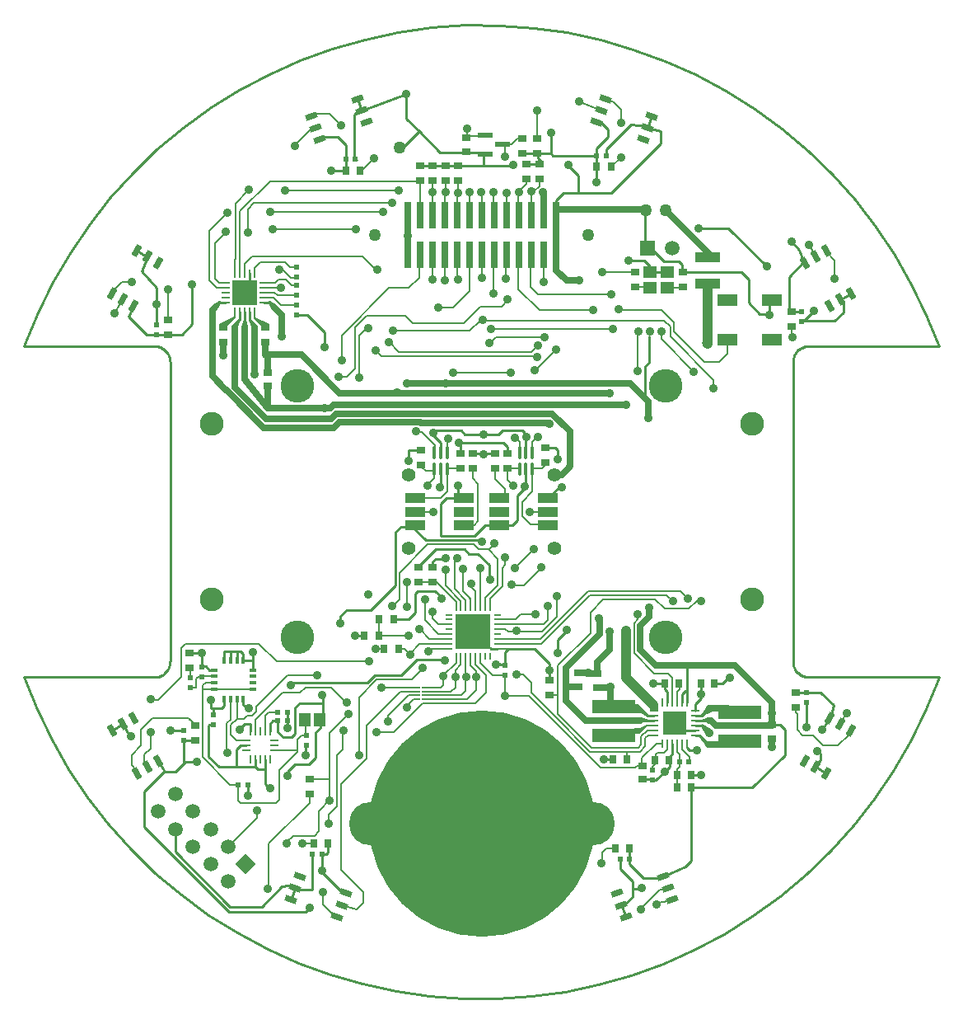
<source format=gtl>
%FSTAX23Y23*%
%MOIN*%
%SFA1B1*%

%IPPOS*%
%AMD16*
4,1,4,-0.001400,0.026400,-0.022100,0.014400,0.001400,-0.026400,0.022100,-0.014400,-0.001400,0.026400,0.0*
%
%AMD17*
4,1,4,-0.018000,0.019300,-0.026200,-0.003200,0.018000,-0.019300,0.026200,0.003200,-0.018000,0.019300,0.0*
%
%AMD18*
4,1,4,0.026200,-0.003200,0.018000,0.019300,-0.026200,0.003200,-0.018000,-0.019300,0.026200,-0.003200,0.0*
%
%AMD19*
4,1,4,0.022100,0.014400,0.001400,0.026400,-0.022100,-0.014400,-0.001400,-0.026400,0.022100,0.014400,0.0*
%
%AMD48*
4,1,4,0.000000,-0.041700,0.041700,0.000000,0.000000,0.041700,-0.041700,0.000000,0.000000,-0.041700,0.0*
%
%ADD10C,0.010000*%
%ADD11R,0.078700X0.039400*%
%ADD12R,0.023600X0.019700*%
%ADD13R,0.029100X0.110000*%
%ADD14R,0.011800X0.031500*%
%ADD15R,0.031500X0.011800*%
G04~CAMADD=16~9~0.0~0.0~240.0~470.0~0.0~0.0~0~0.0~0.0~0.0~0.0~0~0.0~0.0~0.0~0.0~0~0.0~0.0~0.0~30.0~442.0~527.0*
%ADD16D16*%
G04~CAMADD=17~9~0.0~0.0~240.0~470.0~0.0~0.0~0~0.0~0.0~0.0~0.0~0~0.0~0.0~0.0~0.0~0~0.0~0.0~0.0~70.0~524.0~385.0*
%ADD17D17*%
G04~CAMADD=18~9~0.0~0.0~240.0~470.0~0.0~0.0~0~0.0~0.0~0.0~0.0~0~0.0~0.0~0.0~0.0~0~0.0~0.0~0.0~290.0~524.0~385.0*
%ADD18D18*%
G04~CAMADD=19~9~0.0~0.0~240.0~470.0~0.0~0.0~0~0.0~0.0~0.0~0.0~0~0.0~0.0~0.0~0.0~0~0.0~0.0~0.0~330.0~442.0~527.0*
%ADD19D19*%
%ADD20R,0.019700X0.023600*%
%ADD21R,0.094500X0.094500*%
%ADD22O,0.037400X0.009800*%
%ADD23O,0.009800X0.037400*%
%ADD24R,0.035400X0.027600*%
%ADD25R,0.027600X0.035400*%
%ADD26R,0.047200X0.055100*%
%ADD27O,0.013800X0.059100*%
%ADD28R,0.098400X0.098400*%
%ADD29O,0.033500X0.009800*%
%ADD30O,0.009800X0.033500*%
%ADD31R,0.035400X0.031500*%
%ADD32R,0.141700X0.141700*%
%ADD33O,0.009800X0.031500*%
%ADD34O,0.031500X0.009800*%
%ADD35R,0.055100X0.047200*%
%ADD36R,0.173000X0.056500*%
%ADD37R,0.059100X0.023600*%
%ADD38R,0.031500X0.035400*%
%ADD39R,0.080000X0.050000*%
%ADD40R,0.011800X0.007900*%
%ADD41R,0.102400X0.043300*%
%ADD42C,0.025000*%
%ADD43C,0.040000*%
%ADD44C,0.008000*%
%ADD45C,0.000000*%
%ADD46C,0.055100*%
%ADD47C,0.059100*%
G04~CAMADD=48~10~0.0~590.4~0.0~0.0~0.0~0.0~0~0.0~0.0~0.0~0.0~0~0.0~0.0~0.0~0.0~0~0.0~0.0~0.0~225.0~590.4~0.0*
%ADD48D48*%
%ADD49C,0.050000*%
%ADD50R,0.059100X0.059100*%
%ADD51C,0.035000*%
%ADD52C,0.040000*%
%ADD53C,0.175000*%
%ADD54C,0.915000*%
%ADD55C,0.026000*%
%ADD56C,0.136000*%
%ADD57C,0.096000*%
%LNronemotorboard-v10-1*%
%LPD*%
G36*
X04925Y03144D02*
X04919D01*
X04884Y03156*
X04916Y03168*
X04925*
Y03144*
G37*
G36*
X04933Y03192D02*
X0489Y03171D01*
X04889Y0318*
X04913Y03215*
X04935Y03216*
X04933Y03192*
G37*
G36*
X04673Y03181D02*
X04668Y03172D01*
X04643Y03185*
X04618*
Y03221*
X04633*
X04673Y03181*
G37*
G36*
X04689Y03156D02*
X04644Y03144D01*
X04626*
Y03168*
X04643*
X04689Y03156*
G37*
G36*
X04918Y0307D02*
X0492Y0305D01*
X0491Y03049*
X04877Y03093*
X04883Y031*
X04918Y0307*
G37*
G36*
X04929Y03122D02*
X04931Y03098D01*
X04909Y03099*
X04885Y03134*
X04891Y03141*
X04929Y03122*
G37*
G36*
X0467Y03133D02*
X04639Y03103D01*
X04618Y03102*
Y03125*
X04642*
X04667Y0314*
X0467Y03133*
G37*
G36*
X04716Y03195D02*
X04681D01*
Y03218*
X04716Y03219*
Y03195*
G37*
G36*
X03142Y04758D02*
X03114Y04755D01*
X03107Y04752*
X03078Y04782*
X03085Y04786*
X03142Y04758*
G37*
G36*
X02945Y04842D02*
X02934Y04821D01*
X02929Y04817*
X02912Y04835*
X02937Y04852*
X02945*
Y04842*
G37*
G36*
X0317Y04835D02*
X03153Y04817D01*
X03148Y04821*
X03137Y04842*
Y04852*
X03145*
X0317Y04835*
G37*
G36*
X03006Y04784D02*
X02972Y0475D01*
X02938Y04758*
X02999Y04788*
X03006Y04784*
G37*
G36*
X03053Y0475D02*
Y04745D01*
X03028*
Y0475*
X03037Y04774*
X03047*
X03053Y0475*
G37*
G36*
X03025Y04774D02*
X03013Y04746D01*
X02989*
Y04752*
X03016Y04778*
X03025Y04774*
G37*
G36*
X03093Y04753D02*
Y04747D01*
X03069*
X03057Y04775*
X03066Y04779*
X03093Y04753*
G37*
G54D10*
X02149Y03331D02*
D01*
X022Y03203*
X0226Y03079*
X02328Y0296*
X02405Y02846*
X02489Y02738*
X02581Y02635*
X02679Y0254*
X02784Y02451*
X02895Y0237*
X03012Y02297*
X03133Y02232*
X03258Y02176*
X03387Y02129*
X03519Y02091*
X03653Y02062*
X03789Y02043*
X03926Y02033*
X04064Y02032*
X04201Y02042*
X04337Y0206*
X04471Y02089*
X04603Y02126*
X04733Y02173*
X04858Y02229*
X0498Y02293*
X05096Y02365*
X05208Y02446*
X05313Y02534*
X05412Y02629*
X05504Y02731*
X05589Y02839*
X05666Y02953*
X05735Y03072*
X05796Y03195*
X05847Y03322*
X05851Y03331*
Y04669D02*
D01*
X05799Y04796*
X05739Y0492*
X05671Y05039*
X05594Y05153*
X0551Y05261*
X05418Y05364*
X0532Y05459*
X05215Y05548*
X05104Y05629*
X04987Y05702*
X04866Y05767*
X04741Y05823*
X04612Y0587*
X0448Y05908*
X04346Y05937*
X0421Y05956*
X04073Y05966*
X03935Y05967*
X03798Y05957*
X03662Y05939*
X03528Y0591*
X03396Y05873*
X03266Y05826*
X03141Y0577*
X03019Y05706*
X02903Y05634*
X02791Y05553*
X02686Y05465*
X02587Y0537*
X02495Y05268*
X0241Y0516*
X02333Y05046*
X02264Y04927*
X02203Y04804*
X02152Y04677*
X02149Y04669*
X05323D02*
D01*
X05318Y04668*
X05314Y04668*
X05309Y04667*
X05305Y04666*
X05301Y04665*
X05297Y04663*
X05293Y04661*
X05289Y04659*
X05285Y04656*
X05282Y04654*
X05279Y04651*
X05276Y04648*
X05273Y04644*
X0527Y04641*
X05268Y04637*
X05266Y04633*
X05264Y04629*
X05263Y04625*
X05261Y04621*
X0526Y04616*
X0526Y04612*
X0526Y04608*
X0526Y04606*
Y03394D02*
D01*
X0526Y03389*
X0526Y03385*
X05261Y0338*
X05262Y03376*
X05263Y03372*
X05265Y03368*
X05267Y03364*
X05269Y0336*
X05272Y03356*
X05274Y03353*
X05277Y0335*
X0528Y03347*
X05284Y03344*
X05287Y03341*
X05291Y03339*
X05295Y03337*
X05299Y03335*
X05303Y03334*
X05307Y03332*
X05312Y03331*
X05316Y03331*
X0532Y03331*
X05323Y03331*
X0274Y04606D02*
D01*
X02739Y0461*
X02739Y04614*
X02738Y04619*
X02737Y04623*
X02736Y04627*
X02734Y04631*
X02732Y04635*
X0273Y04639*
X02727Y04643*
X02725Y04646*
X02722Y04649*
X02719Y04652*
X02715Y04655*
X02712Y04658*
X02708Y0466*
X02704Y04662*
X027Y04664*
X02696Y04665*
X02692Y04667*
X02687Y04668*
X02683Y04668*
X02679Y04668*
X02677Y04669*
X02676Y03331D02*
D01*
X0268Y03331*
X02684Y03331*
X02689Y03332*
X02693Y03333*
X02697Y03334*
X02701Y03336*
X02705Y03338*
X02709Y0334*
X02713Y03343*
X02716Y03345*
X02719Y03348*
X02722Y03351*
X02725Y03355*
X02728Y03358*
X0273Y03362*
X02732Y03366*
X02734Y0337*
X02735Y03374*
X02737Y03378*
X02738Y03383*
X02738Y03387*
X02738Y03391*
X02739Y03394*
X04662Y04587D02*
X04678Y04603D01*
X04662Y04458D02*
Y04587D01*
X04014Y03945D02*
X04096D01*
X03972Y03903D02*
X04014Y03945D01*
X03836Y03903D02*
X03972D01*
X04146Y03965D02*
Y04066D01*
X04125Y03944D02*
X04146Y03965D01*
X04094Y03944D02*
X04125D01*
X04146Y04066D02*
X04176Y04096D01*
X04164Y04329D02*
X04175Y04318D01*
X04085Y04329D02*
X04164D01*
X04069Y04313D02*
X04085Y04329D01*
X03813Y0381D02*
X03841D01*
X038Y03797D02*
X03813Y0381D01*
X04297Y04259D02*
X04309Y04248D01*
Y04213D02*
Y04248D01*
X03315Y02472D02*
Y02615D01*
X03252Y02472D02*
X03315D01*
X03251Y02473D02*
X03252Y02472D01*
X0276Y02625D02*
Y02715D01*
Y02625D02*
X02982Y02403D01*
X03738Y03401D02*
X0385D01*
X04662Y05088D02*
X04739Y05011D01*
X04662Y05088D02*
Y0522D01*
X04739Y05011D02*
X04799D01*
X04392Y0529D02*
Y05358D01*
X0435Y054D02*
X04392Y05358D01*
X03486Y05433D02*
Y05606D01*
Y05433D02*
X03496Y05423D01*
X05227Y03016D02*
Y03118D01*
X05207Y03137D02*
X05227Y03118D01*
X03651Y03702D02*
Y03917D01*
X03552Y03603D02*
X03651Y03702D01*
Y03917D02*
X03674Y0394D01*
X04032Y03726D02*
Y03785D01*
X03986Y0383D02*
X04032Y03785D01*
X03949Y0383D02*
X03986D01*
X03931Y03849D02*
X03949Y0383D01*
X03816Y03849D02*
X03931D01*
X04736Y02526D02*
X04826Y02564D01*
X03251Y04796D02*
X03293D01*
X02906Y03205D02*
X02948D01*
X02906D02*
Y03237D01*
X03124Y02898D02*
X03145Y02878D01*
X02938Y02967D02*
X03085D01*
X03007Y02968D02*
Y03038D01*
X03024Y03055*
X03048*
X03074Y0336D02*
Y03428D01*
X02796Y02988D02*
Y03076D01*
X02761Y02949D02*
X028Y02988D01*
X02848*
X02796D02*
X028D01*
X02915Y03179D02*
Y03203D01*
X02948Y03205D02*
X02959Y03216D01*
X02895Y03136D02*
X02898Y0314D01*
X02895Y0301D02*
Y03136D01*
Y0301D02*
X02938Y02967D01*
X02796Y03076D02*
X02849D01*
X02898Y0336D02*
X02919D01*
X03036Y034D02*
X03074D01*
X02985Y03434D02*
X03025D01*
X03022Y03123D02*
X03041Y03142D01*
X03065*
X04331Y0529D02*
X04392D01*
X04008Y05399D02*
X04128D01*
X03905D02*
X04008D01*
X03855D02*
X03905D01*
X038D02*
X03855D01*
X0375D02*
X038D01*
X03747D02*
X0375D01*
X0424D02*
Y05414D01*
X04227Y05427D02*
X0424Y05414D01*
X04227Y05427D02*
Y05449D01*
X0423Y05399D02*
X0424D01*
X0418Y05404D02*
X0423D01*
X04657Y05016D02*
X04681Y04992D01*
X04593Y05016D02*
X04657D01*
X043Y05239D02*
Y05259D01*
X04331Y0529*
X04465Y05333D02*
Y05395D01*
X04259Y04259D02*
X04297D01*
X03355Y03143D02*
Y03159D01*
X03349Y03137D02*
X03355Y03143D01*
X03349Y03127D02*
Y03137D01*
X03328Y03106D02*
X03349Y03127D01*
X03644Y03565D02*
X03704D01*
X03454Y03603D02*
X03552D01*
X03357Y03162D02*
Y03226D01*
X0469Y02915D02*
Y02917D01*
X0464Y02918D02*
X0469D01*
X03085Y02968D02*
Y02998D01*
X03086Y02968D02*
X03094Y0296D01*
X03055Y02853D02*
Y02895D01*
X02898Y0314D02*
X02915D01*
X02715Y02949D02*
X02718D01*
X02692Y02993D02*
X02718Y02949D01*
X02635Y02724D02*
X02978Y02381D01*
X02635Y02724D02*
Y02869D01*
X03289Y02381D02*
X03305Y02397D01*
X02978Y02381D02*
X03289D01*
X02635Y02869D02*
X02715Y02949D01*
X02718D02*
X02761D01*
X04225Y05449D02*
Y0545D01*
X04227Y05449D02*
X04278D01*
X04225D02*
X04227D01*
X04213D02*
X04225D01*
X04227D02*
Y0545D01*
X04212Y05448D02*
X04217Y05452D01*
X04162Y05448D02*
X04212D01*
X05165Y04799D02*
Y04846D01*
X05126Y04799D02*
X05165D01*
X03705Y04248D02*
X03749D01*
X03705Y04204D02*
Y04248D01*
X04108Y03445D02*
X04216D01*
X02959Y03216D02*
Y03243D01*
X03379Y02623D02*
Y0266D01*
X03354Y02615D02*
X03371D01*
X03379Y02623*
X03351Y02546D02*
X03403Y02493D01*
X03486Y05606D02*
X03502Y05622D01*
X02868Y03372D02*
Y03429D01*
Y03374D02*
X02885D01*
X03042Y04749D02*
Y04808D01*
X05031Y03058D02*
X05051Y03077D01*
X0488Y03096D02*
X04919Y03058D01*
X03035Y03399D02*
Y03424D01*
X0546Y0485D02*
X05463Y04847D01*
Y04805D02*
Y04847D01*
X05244Y0495D02*
X05302Y05008D01*
X05244Y04809D02*
Y0495D01*
Y04809D02*
X0529D01*
X04318Y0544D02*
D01*
X04288D02*
X04318D01*
X0428Y05448D02*
X04288Y0544D01*
X03217Y02489D02*
X03243Y02483D01*
X03191Y02484D02*
X03217Y02489D01*
X0311Y02403D02*
X03191Y02484D01*
X02982Y02403D02*
X0311D01*
X03055Y0285D02*
Y02853D01*
X02959Y03434D02*
X02985D01*
Y034D02*
Y03434D01*
X05303Y04771D02*
X05343Y04811D01*
X05286Y05057D02*
X053Y05016D01*
X05253Y05092D02*
X05286Y05057D01*
X02548Y03142D02*
X02549Y03143D01*
X02505Y03116D02*
X02548Y03142D01*
X02576Y03096D02*
X02581Y03091D01*
X02549Y03141D02*
X02576Y03096D01*
X02849Y03076D02*
X0285Y03075D01*
X05362Y03029D02*
X05363Y0303D01*
X05362Y03029D02*
X05362Y03029D01*
X04823Y03274D02*
X0483D01*
X03293Y04796D02*
X03365Y04724D01*
Y04665D02*
Y04724D01*
X04671Y03176D02*
X04698D01*
X04631Y03216D02*
X04671Y03176D01*
X03042Y04808D02*
Y04809D01*
X03987Y05453D02*
X03996Y05444D01*
X0394Y05453D02*
X03987D01*
X03939Y05454D02*
X0394Y05453D01*
X03696Y05589D02*
Y0569D01*
X02643Y05023D02*
X02644Y05023D01*
X02606Y05055D02*
X02647Y0503D01*
X02624Y04973D02*
X02644Y05023D01*
X02624Y04973D02*
X02685Y04906D01*
X03359Y05515D02*
X03418D01*
X0345Y05482*
Y05425D02*
Y05482D01*
X03502Y05622D02*
X03516D01*
X03526Y05626D02*
X03696Y0569D01*
X04672Y05553D02*
X04687Y05599D01*
X04466Y0544D02*
Y05468D01*
X04512Y05514*
Y05544*
X0448Y05575D02*
X04512Y05544D01*
X04466Y05575D02*
X0448D01*
X04466D02*
X04473Y05572D01*
X04472Y05574D02*
X04473Y05572D01*
X04475Y05571*
X04603Y05565D02*
X04663Y0556D01*
X04504Y05466D02*
X04603Y05565D01*
X04504Y05466D02*
X04504Y0544D01*
X05454Y04858D02*
X05493Y04881D01*
X05359Y03033D02*
X05362Y03029D01*
X05371Y03021*
X05358Y02983D02*
X05371Y02996D01*
Y03021*
X0527Y03269D02*
X05372D01*
X05414Y03177D02*
X05423Y03219D01*
X05372Y03269D02*
X05423Y03219D01*
X05351Y02968D02*
X05394Y02943D01*
X05315Y03129D02*
Y0323D01*
X04599Y02574D02*
Y0264D01*
X04655Y02519D02*
X04721D01*
X04599Y02574D02*
X04655Y02519D01*
X04566Y0241D02*
X0458Y02371D01*
X04581Y0237*
X0458Y02368D02*
X04581Y0237D01*
X0456Y02555D02*
X04611Y02505D01*
X04586Y02417D02*
X04611Y02442D01*
X04573Y02417D02*
X04586D01*
X0456Y02555D02*
Y02595D01*
X03403Y02493D02*
X03438Y02459D01*
X04887Y03261D02*
Y03315D01*
X04889Y02935D02*
D01*
X04849D02*
X04889D01*
X04863Y03195D02*
Y03221D01*
X05039Y03206D02*
X05051Y03194D01*
X0481Y03107D02*
Y03116D01*
X04771Y03136D02*
X04781Y03146D01*
X0481Y03116*
X04863*
Y03096D02*
X0488D01*
X04863Y03156D02*
X04921D01*
X04641D02*
X04698D01*
X04581Y03215D02*
X04611D01*
X04751Y03175D02*
X04781Y03146D01*
X0481Y03228D02*
Y03261D01*
X04823Y03274*
X0483Y03228D02*
Y03273D01*
X04611Y03216D02*
X04631D01*
X0484Y03036D02*
X04871D01*
X0483Y03046D02*
X0484Y03036D01*
X03119Y04846D02*
X0314D01*
X03062Y04906D02*
Y04964D01*
X02941Y04846D02*
X02963D01*
X0314D02*
X03161Y04826D01*
X05323Y04669D02*
X05851D01*
X0526Y03394D02*
Y04606D01*
X05323Y03331D02*
X05851D01*
X02149Y04669D02*
X02677D01*
X0274Y03394D02*
Y04606D01*
X02149Y03331D02*
X02677D01*
X02959Y034D02*
Y03434D01*
X03025D02*
X03035Y03424D01*
X0301Y034D02*
Y03433D01*
X02885Y03374D02*
X02898Y0336D01*
X03289Y03016D02*
Y03055D01*
X04478Y03291D02*
X04478Y03291D01*
X04771Y03019D02*
Y03063D01*
X04759Y03007D02*
X04771Y03019D01*
X04751Y03228D02*
Y03272D01*
X04741Y03283D02*
X04751Y03272D01*
X04741Y03283D02*
Y03292D01*
X02685Y04754D02*
Y04836D01*
X02686Y04837*
X02829Y04757D02*
Y04918D01*
X02788Y04716D02*
X02829Y04757D01*
X02685Y04836D02*
Y04906D01*
X0339Y05379D02*
X03446D01*
X03452Y05371D02*
Y05426D01*
X03498Y05669D02*
X03516Y05623D01*
X04008Y05399D02*
Y05441D01*
X04465Y05399D02*
Y0544D01*
X04318D02*
X04465D01*
X0428Y05448D02*
Y05532D01*
X04008Y05399D02*
D01*
X04672Y05553D02*
X04723Y05539D01*
X0475Y0497D02*
X04751Y04969D01*
X04681D02*
X04749D01*
X04104Y04234D02*
Y04262D01*
X04089Y04277D02*
X04104Y04262D01*
X03914Y04235D02*
Y04275D01*
X03905Y04055D02*
X03905D01*
X03905Y04055D02*
Y04055D01*
X04611Y02442D02*
Y02476D01*
Y02505*
Y02476D02*
X04647D01*
X04648Y02477*
X03231Y02434D02*
X03246Y02479D01*
X04942Y03315D02*
X04951Y03306D01*
X04975*
X04884Y0325D02*
X04888Y03246D01*
X04863Y03221D02*
X04888Y03246D01*
X04863Y03136D02*
X0489D01*
X04921Y03106*
X0489Y03176D02*
X0492Y03205D01*
X04863Y03175D02*
X0489D01*
X05175Y03137D02*
X05207D01*
X04108Y03444D02*
Y03445D01*
X04107D02*
X04108Y03444D01*
X05095Y02884D02*
X05227Y03016D01*
X0508Y04845D02*
X05126Y04799D01*
X0508Y04845D02*
Y04939D01*
X05051Y04967D02*
X0508Y04939D01*
X03094Y0296D02*
X03124D01*
X03125*
X03124Y02898D02*
Y0296D01*
Y02998*
X03741Y0368D02*
X03811D01*
X0384Y03651*
X04037Y03446D02*
X04064D01*
X04033Y0345D02*
X04037Y03446D01*
X03065Y03111D02*
Y03142D01*
X02738Y03115D02*
X02794D01*
X02739Y03116D02*
X02742D01*
X02738Y03115D02*
X02739Y03116D01*
X03144Y03111D02*
Y03143D01*
X03156Y03155*
X03175*
X03214Y03125D02*
Y0319D01*
X03232Y03088D02*
X03246Y03102D01*
X03175Y0311D02*
Y03155D01*
Y0311D02*
X03198Y03088D01*
X03232*
X03244Y02978D02*
X03301D01*
X03328Y03005*
Y03106*
X03745Y03774D02*
Y0378D01*
X038Y03774D02*
Y03797D01*
X03674Y0394D02*
X03732D01*
X04179Y04101D02*
Y04171D01*
X04878Y05146D02*
X04999D01*
X05153Y04992*
X03745Y0378D02*
X03814Y03849D01*
X04697Y03305D02*
X0474D01*
X0469Y02915D02*
X04706D01*
X0476Y02969*
Y02988*
X04392Y0529D02*
X04526D01*
X04723Y05487*
Y05539*
X04678Y04603D02*
Y0471D01*
X0483Y03274D02*
Y03378D01*
X05295Y04771D02*
X05429D01*
X05463Y04805*
X04815Y04967D02*
X05051D01*
X04812Y04976D02*
Y04998D01*
X04799Y05011D02*
X04812Y04998D01*
X0366Y05472D02*
X03681D01*
X03747Y05538*
X03832Y05453*
X03696Y05589D02*
X03747Y05538D01*
X03832Y05453D02*
X0394D01*
X03859Y04055D02*
X03905D01*
X03836Y03903D02*
Y04032D01*
X03859Y04055*
X03917Y04277D02*
X04089D01*
X0401Y04313D02*
X04069D01*
X03354Y02549D02*
Y02615D01*
X03214Y02935D02*
Y02948D01*
X03244Y02978*
X03708Y03943D02*
X03714D01*
X03836Y04241D02*
Y04279D01*
X03714Y03943D02*
X03773Y03884D01*
X04001*
X03964Y04234D02*
X04052D01*
X04179Y04238D02*
Y04302D01*
X0273Y04716D02*
X02788D01*
X05378Y0312D02*
X05407Y03166D01*
X04666Y04451D02*
Y04454D01*
X03808Y04327D02*
X03917D01*
X03805Y0431D02*
X03836Y04279D01*
X03805Y0431D02*
Y04325D01*
X03917Y04327D02*
X03931Y04313D01*
X04009*
X04313Y04098D02*
X04323D01*
X04279Y04064D02*
X04313Y04098D01*
X04279Y04064D02*
X04284Y0406D01*
X02643Y04715D02*
X0273D01*
X0257Y04789D02*
X02589Y04825D01*
X0257Y04789D02*
X02643Y04715D01*
X03704Y03565D02*
X0373Y03591D01*
Y03669*
X03741Y0368*
X03001Y04746D02*
Y04756D01*
X03022Y04777*
Y04807*
X03062Y04776D02*
Y04808D01*
Y04776D02*
X03081Y04746D01*
X03841Y0381D02*
X03853Y03822D01*
X03835Y041D02*
Y04171D01*
Y04174*
X03905Y04055D02*
Y04105D01*
X04975Y03306D02*
X05001Y03332D01*
X04427Y03345D02*
Y03347D01*
Y03349*
X04496Y03D02*
X0453D01*
X04275Y03319D02*
Y03353D01*
X04059Y03383D02*
Y0339D01*
X04067Y03383*
X04095Y03431D02*
X04108Y03444D01*
X0407Y03386D02*
X04073Y03382D01*
X04095*
Y03431*
X04276Y03358D02*
Y03385D01*
X04216Y03445D02*
X04276Y03385D01*
X04307Y03429D02*
Y03482D01*
X04345Y0352*
X03246Y03102D02*
Y03208D01*
X03264Y03226*
X03357*
X03036Y03219D02*
Y03243D01*
Y03219D02*
X0305Y03205D01*
X03058*
X02819Y03429D02*
X02869D01*
X03675Y03338D02*
X03738Y03401D01*
X03568Y03338D02*
X03675D01*
X04888Y02935D02*
X04889D01*
X03485Y035D02*
X03525D01*
X04848Y02587D02*
Y02884D01*
X05095*
X04826Y02565D02*
X04848Y02587D01*
X03537Y03307D02*
X03568Y03338D01*
X03227Y03297D02*
X03237Y03307D01*
X03537*
X03357Y03226D02*
Y03258D01*
X03429Y03554D02*
Y03578D01*
X03454Y03603*
G54D11*
X0407Y04055D03*
X04267D03*
Y04D03*
X0407D03*
X04267Y03944D03*
X0407D03*
X03929D03*
X03732D03*
Y04D03*
X03929D03*
X03732Y04055D03*
X03929D03*
G54D12*
X03175Y03155D03*
X03214D03*
X04504Y0544D03*
X04465D03*
X0456Y02595D03*
X04599D03*
X03315Y02615D03*
X03354D03*
X03489Y05425D03*
X0345D03*
X03054Y02895D03*
X03015D03*
X048Y0299D03*
X04839D03*
X03175Y0319D03*
X03214D03*
G54D13*
X037Y05197D03*
X0375Y05037D03*
Y05197D03*
X038D03*
Y05037D03*
X0385D03*
Y05197D03*
X039D03*
Y05037D03*
X0395Y05197D03*
Y05037D03*
X04D03*
Y05197D03*
X0405D03*
Y05037D03*
X041D03*
Y05197D03*
X043D03*
X0425D03*
X042D03*
X0415D03*
Y05037D03*
X042D03*
X0425D03*
X043D03*
X037D03*
G54D14*
X02959Y03243D03*
X02985D03*
X0301D03*
X03036D03*
Y034D03*
X0301D03*
X02985D03*
X02959D03*
G54D15*
X03076Y03283D03*
Y03309D03*
Y03334D03*
Y0336D03*
X02919D03*
Y03334D03*
Y03309D03*
Y03283D03*
G54D16*
X05494Y04883D03*
X05451Y04858D03*
X05394Y05056D03*
X05351Y05031D03*
X05307Y05006D03*
X05407Y04833D03*
X02505Y03116D03*
X02549Y03141D03*
X02605Y02943D03*
X02649Y02968D03*
X02692Y02993D03*
X02592Y03166D03*
G54D17*
X04689Y056D03*
X04672Y05553D03*
X04501Y05669D03*
X04484Y05622D03*
X04466Y05575D03*
X04654Y05506D03*
X03228Y02432D03*
X03246Y02479D03*
X03416Y02363D03*
X03434Y0241D03*
X03451Y02457D03*
X03263Y02526D03*
G54D18*
X04583Y02363D03*
X04566Y0241D03*
X04771Y02432D03*
X04754Y02479D03*
X04736Y02526D03*
X04548Y02457D03*
X03498Y05669D03*
X03516Y05622D03*
X0331Y056D03*
X03328Y05553D03*
X03345Y05506D03*
X03533Y05575D03*
G54D19*
X05394Y02943D03*
X05351Y02968D03*
X05494Y03116D03*
X05451Y03141D03*
X05407Y03166D03*
X05307Y02993D03*
X02605Y05056D03*
X02649Y05031D03*
X02505Y04883D03*
X02549Y04858D03*
X02592Y04833D03*
X02692Y05006D03*
G54D20*
X03251Y04876D03*
Y04916D03*
X03251Y04796D03*
Y04835D03*
X05295Y0477D03*
Y04809D03*
X05315Y0323D03*
Y03269D03*
X02795Y03114D03*
Y03075D03*
X02685Y04754D03*
Y04715D03*
X02915Y0314D03*
Y03179D03*
X0329Y03055D03*
Y03094D03*
X02822Y03288D03*
Y03327D03*
X02868Y03333D03*
Y03372D03*
X04095Y03379D03*
Y0334D03*
X0325Y0495D03*
Y04989D03*
X0469Y02915D03*
Y02954D03*
G54D21*
X04781Y03146D03*
G54D22*
X04698Y03096D03*
Y03116D03*
Y03136D03*
Y03155D03*
Y03175D03*
Y03195D03*
X04863D03*
Y03175D03*
Y03155D03*
Y03136D03*
Y03116D03*
Y03096D03*
G54D23*
X04731Y03228D03*
X04751D03*
X04771D03*
X0479D03*
X0481D03*
X0483D03*
Y03063D03*
X0481D03*
X0479D03*
X04771D03*
X04751D03*
X04731D03*
G54D24*
X05255Y04809D03*
Y0475D03*
X0527Y03269D03*
Y0321D03*
X0284Y03075D03*
Y03134D03*
X0273Y04715D03*
Y04774D03*
X02819Y0337D03*
Y03429D03*
X04259Y042D03*
Y04259D03*
X03754Y0419D03*
Y04249D03*
X03964Y04234D03*
Y04175D03*
X03914Y04234D03*
Y04175D03*
X04275Y0326D03*
Y03319D03*
X04621Y04908D03*
Y04967D03*
X03939Y05454D03*
Y05513D03*
X04225Y05509D03*
Y0545D03*
X04165D03*
Y05509D03*
X04104Y04175D03*
Y04234D03*
X04054D03*
Y04175D03*
X02955Y04685D03*
Y04744D03*
X03125Y04685D03*
Y04744D03*
X0375Y05399D03*
Y0534D03*
X038Y05399D03*
Y0534D03*
X03855Y05399D03*
Y0534D03*
X03905Y05399D03*
Y0534D03*
X0418Y05345D03*
Y05404D03*
X04235Y05345D03*
Y05404D03*
X038Y03774D03*
Y03715D03*
X03745D03*
Y03774D03*
X03305Y02919D03*
Y0286D03*
X04815Y0491D03*
Y04969D03*
G54D25*
X04465Y05395D03*
X04524D03*
X04599Y0264D03*
X0454D03*
X03379Y0266D03*
X0332D03*
X0345Y0538D03*
X03509D03*
X04849Y02935D03*
X0479D03*
Y02885D03*
X04849D03*
X047Y02995D03*
X04759D03*
X0474Y03305D03*
X04799D03*
X03525Y035D03*
X03584D03*
X03605Y03445D03*
X03664D03*
X03585Y03565D03*
X03644D03*
X04589Y03D03*
X0453D03*
G54D26*
X03346Y0316D03*
X03283D03*
G54D27*
X04204Y04238D03*
X04179D03*
X04153D03*
X04204Y04171D03*
X04179D03*
X04153D03*
X0386Y04238D03*
X03835D03*
X03809D03*
X0386Y04171D03*
X03835D03*
X03809D03*
G54D28*
X03042Y04886D03*
G54D29*
X03119Y04925D03*
Y04905D03*
Y04886D03*
Y04866D03*
Y04846D03*
X02964D03*
Y04866D03*
Y04886D03*
Y04905D03*
Y04925D03*
X03048Y03074D03*
Y03055D03*
Y03035D03*
X03161D03*
Y03055D03*
Y03074D03*
G54D30*
X03081Y04808D03*
X03061D03*
X03042D03*
X03022D03*
X03002D03*
Y04963D03*
X03022D03*
X03042D03*
X03061D03*
X03081D03*
X03144Y03111D03*
X03124D03*
X03105D03*
X03085D03*
X03065D03*
Y02998D03*
X03085D03*
X03105D03*
X03124D03*
X03144D03*
G54D31*
X03135Y04507D03*
Y04562D03*
X05175Y03137D03*
Y03082D03*
X0465Y02917D03*
Y02972D03*
X0439Y03292D03*
Y03347D03*
X04469Y0329D03*
Y03346D03*
G54D32*
X03966Y03515D03*
G54D33*
X04034Y03416D03*
X04015D03*
X03995D03*
X03975D03*
X03956D03*
X03936D03*
X03916D03*
X03897D03*
Y03613D03*
X03916D03*
X03936D03*
X03956D03*
X03975D03*
X03995D03*
X04015D03*
X04034D03*
G54D34*
X03867Y03446D03*
Y03465D03*
Y03485D03*
Y03505D03*
Y03524D03*
Y03544D03*
Y03564D03*
Y03583D03*
X04064D03*
Y03564D03*
Y03544D03*
Y03524D03*
Y03505D03*
Y03485D03*
Y03465D03*
Y03446D03*
G54D35*
X04751Y04906D03*
Y04969D03*
X04681Y04906D03*
Y04969D03*
G54D36*
X05046Y03189D03*
Y03072D03*
X04535Y03213D03*
Y03096D03*
G54D37*
X04013Y05521D03*
Y05446D03*
X04084Y05484D03*
G54D38*
X04887Y03305D03*
X04942D03*
G54D39*
X05175Y04855D03*
Y04695D03*
X04995Y04855D03*
Y04695D03*
G54D40*
X03766Y03241D03*
Y03257D03*
Y03272D03*
X03743Y03257D03*
Y03272D03*
Y03288D03*
X03766D03*
X03743Y03241D03*
G54D41*
X04915Y05028D03*
Y04921D03*
G54D42*
X04666Y04454D02*
X04676Y04444D01*
Y04377D02*
Y04444D01*
X04324Y04149D02*
X04355Y0418D01*
X04302Y04149D02*
X04324D01*
X04298Y04153D02*
X04302Y04149D01*
X03789Y04358D02*
X0427D01*
X03402Y0434D02*
X03424Y04362D01*
X03751*
X03788Y04357D02*
X03789Y04358D01*
X03756Y04357D02*
X03788D01*
X03751Y04362D02*
X03756Y04357D01*
X04303Y05221D02*
X04653D01*
X04302Y05222D02*
X04303Y05221D01*
X04469Y03392D02*
X04518Y03441D01*
X037Y05116D02*
Y05156D01*
Y05055D02*
Y05116D01*
X04343Y04934D02*
X04393D01*
X04301Y04976D02*
X04343Y04934D01*
X04357Y04184D02*
Y04324D01*
X04355Y04182D02*
X04357Y04184D01*
X04355Y0418D02*
Y04182D01*
X04919Y03058D02*
X05031D01*
X05174Y03138D02*
X05175Y03137D01*
Y03047D02*
D01*
Y03082D01*
X04948Y03136D02*
X05175D01*
X03135Y04562D02*
Y04625D01*
X02955Y04634D02*
Y04685D01*
X03125Y04637D02*
Y04685D01*
X0492Y03205D02*
X04994D01*
X04928Y03156D02*
X04948Y03136D01*
X04921Y03156D02*
X04928D01*
X03Y04745D02*
X03001Y04746D01*
X0291Y04815D02*
X02918Y04823D01*
X03161Y04825D02*
Y04826D01*
Y04825D02*
X0319Y04796D01*
Y0471D02*
Y04796D01*
X04301Y04976D02*
Y05193D01*
X04677Y03575D02*
Y03611D01*
X03699Y04518D02*
X03854D01*
X04845Y05118D02*
X04935Y05028D01*
X04705Y03378D02*
X0483D01*
X05023*
X04745Y05218D02*
X04844Y05119D01*
X04642Y03441D02*
X04705Y03378D01*
X04642Y03441D02*
Y0354D01*
X04677Y03575*
X03854Y04518D02*
X04602D01*
X04285Y04396D02*
X04357Y04324D01*
X03Y0451D02*
Y04745D01*
Y0451D02*
X03002Y04507D01*
Y04502D02*
Y04507D01*
X02967Y04491D02*
X03118Y0434D01*
X03002Y04502D02*
X03129Y04376D01*
X03392*
X03412Y04396*
X04285*
X03118Y0434D02*
X03402D01*
X03135Y04419D02*
X03388D01*
X034Y04431*
X04584*
X0291Y04548D02*
Y04815D01*
Y04548D02*
X02966Y04491D01*
X02967*
X05174Y03225D02*
X05174Y03224D01*
X05174Y03225D02*
Y03227D01*
X05023Y03378D02*
X05174Y03227D01*
X04602Y04518D02*
X04666Y04454D01*
X05174Y03138D02*
Y03224D01*
X03128Y04634D02*
X0327D01*
X03424Y0448*
X03135Y04419D02*
Y04507D01*
X03041Y04536D02*
Y04746D01*
Y04536D02*
X03135Y04419D01*
X03081Y04556D02*
Y04746D01*
X03127Y04634D02*
X03128Y04634D01*
X03657Y04479D02*
X04517Y04479D01*
X03424Y0448D02*
X03657Y04479D01*
X04469Y03346D02*
X04469D01*
X04469Y03345D02*
Y03346D01*
Y03392*
X04518Y03441D02*
Y03516D01*
X04469Y0329D02*
X04522D01*
X04521Y03214D02*
Y03291D01*
X04341Y03235D02*
X0442Y03156D01*
X04641*
X0439Y03347D02*
X04427D01*
X04429*
X04429Y03346D02*
X04469D01*
X04341Y03235D02*
Y03292D01*
X0425Y05184D02*
Y05197D01*
Y05289*
X04341Y03292D02*
X0439D01*
X04341D02*
Y03369D01*
X04477Y03505*
Y03559*
G54D43*
X04584Y0333D02*
Y0352D01*
Y0333D02*
X04696Y03218D01*
X04913Y0468D02*
Y04906D01*
G54D44*
X04229Y04879D02*
X04526D01*
X04198Y0491D02*
X04229Y04879D01*
X04163Y0404D02*
X04205Y04082D01*
X04163Y03983D02*
Y0404D01*
Y03983D02*
X04198Y03948D01*
X04105Y04128D02*
X04126Y04107D01*
X04105Y04128D02*
Y04173D01*
X03783Y04097D02*
Y04111D01*
X0381Y04241D02*
Y04268D01*
X03757Y04322D02*
X0381Y04268D01*
X03737Y04322D02*
X03757D01*
X03079Y05247D02*
X03637D01*
X03053Y05221D02*
X03079Y05247D01*
X02922Y05085D02*
X02964Y05127D01*
X02922Y04941D02*
Y05085D01*
X04205Y04082D02*
Y04182D01*
X03959Y03694D02*
Y0371D01*
Y03694D02*
X03975Y03677D01*
Y03613D02*
Y03677D01*
X03892Y03798D02*
X03901Y03807D01*
X03503Y03017D02*
Y03248D01*
X04036Y0474D02*
X04522D01*
X04531Y04731*
X0408Y0483D02*
X04104Y04854D01*
X03996Y0483D02*
X0408D01*
X05277Y03117D02*
Y03182D01*
X0527Y03189D02*
X05277Y03182D01*
X0527Y03189D02*
Y0321D01*
X05277Y03117D02*
X05298Y03096D01*
X0471Y02413D02*
X04714Y02418D01*
X04487Y02621D02*
X04506Y0264D01*
X04487Y02586D02*
Y02621D01*
X04506Y0264D02*
X0454D01*
X03357Y02411D02*
Y02462D01*
Y02411D02*
X03401Y02367D01*
X02622Y03119D02*
X02668Y03165D01*
X02622Y03055D02*
Y03119D01*
X02583Y03016D02*
X02622Y03055D01*
X02732Y04772D02*
Y04901D01*
X02726Y04778D02*
X02732Y04772D01*
X03227Y04945D02*
X03251D01*
X03198Y04974D02*
X03227Y04945D01*
X03181Y04974D02*
X03198D01*
X03209Y04938D02*
X0323Y04916D01*
X03177Y04938D02*
X03209D01*
X03165Y04925D02*
X03177Y04938D01*
X03103Y05008D02*
X03204D01*
X03119Y04925D02*
X03165D01*
X03223Y04989D02*
X03248D01*
X03204Y05008D02*
X03223Y04989D01*
X03072Y05033D02*
X03519D01*
X04171Y03702D02*
X04242Y03773D01*
X0411Y03702D02*
X04171D01*
X03835Y03288D02*
X03845Y03299D01*
X03766Y03288D02*
X03835D01*
X03845Y03299D02*
Y03332D01*
X03439Y03039D02*
Y03116D01*
X03766Y03272D02*
X03876D01*
X03897Y0339D02*
Y03416D01*
X03845Y03338D02*
X03897Y0339D01*
X03416Y03016D02*
X03439Y03039D01*
X03382Y02774D02*
X03416Y02808D01*
X03382Y02739D02*
Y02774D01*
X03668Y03753D02*
X03782Y03867D01*
X03668Y03645D02*
Y03753D01*
X03639Y03616D02*
X03668Y03645D01*
X04149Y05196D02*
Y05294D01*
X04031Y03847D02*
X04051Y03867D01*
X04027Y03847D02*
X04031D01*
X04066Y03702D02*
Y03809D01*
X04027Y03847D02*
X04066Y03809D01*
X03987Y03847D02*
X04027D01*
X0415Y05296D02*
X0418Y05326D01*
Y05342*
X02985Y03137D02*
X03011Y03163D01*
X02985Y03099D02*
Y03137D01*
Y03099D02*
X03009Y03074D01*
X02969Y03144D02*
X02985Y0316D01*
X02969Y03027D02*
Y03144D01*
X04211Y05295D02*
X04233Y05316D01*
X04204Y05295D02*
X04211D01*
X04233Y05316D02*
Y05334D01*
X042Y05291D02*
X04204Y05295D01*
X04233Y05334D02*
X04236Y05337D01*
X04763Y04707D02*
X04939Y04531D01*
X03951Y04731D02*
X03993Y04773D01*
X03642Y04731D02*
X03951D01*
X04632Y03564D02*
Y03583D01*
X04617Y0355D02*
X04632Y03564D01*
X03692Y04792D02*
X03721Y04763D01*
X03535Y04792D02*
X03692D01*
X03488Y04744D02*
X03535Y04792D01*
X03721Y04763D02*
X03929D01*
X03996Y0483*
X03625Y04904D02*
X03706D01*
X03433Y04712D02*
X03625Y04904D01*
X03488Y04577D02*
Y04744D01*
X03433Y04612D02*
Y04712D01*
X03455Y04544D02*
X03488Y04577D01*
X0342Y04544D02*
X03455D01*
X0395Y04892D02*
Y05013D01*
X03883Y04825D02*
X0395Y04892D01*
X04198Y0491D02*
Y05037D01*
X03801Y03568D02*
Y03595D01*
X03385Y03104D02*
X03462Y03181D01*
X03385Y02835D02*
Y03104D01*
X03893Y03313D02*
Y03332D01*
X03936Y03329D02*
Y03416D01*
X03936Y03274D02*
Y03332D01*
X03766Y03241D02*
X0394D01*
X03975Y03381D02*
X04018Y03339D01*
Y03269D02*
Y03339D01*
X03975Y03381D02*
Y03416D01*
X03979Y0328D02*
Y03356D01*
X03956Y03378D02*
X03979Y03356D01*
X03956Y03378D02*
Y03416D01*
X03995Y03388D02*
Y03416D01*
X03916Y03381D02*
Y03416D01*
X03893Y03358D02*
X03916Y03381D01*
X03893Y03313D02*
Y03358D01*
X0394Y03241D02*
X03979Y0328D01*
X03893Y03289D02*
Y03313D01*
X02974Y02646D02*
X0309Y02762D01*
X03876Y03272D02*
X03893Y03289D01*
X03919Y03257D02*
X03936Y03274D01*
X03766Y03257D02*
X03919D01*
X03696Y03209D02*
X03697Y03208D01*
X03696Y03209D02*
Y03213D01*
X03973Y03224D02*
X04018Y03269D01*
X03801Y03568D02*
X03824Y03544D01*
X03867*
X041Y05197D02*
Y05289D01*
X0309Y02762D02*
Y02791D01*
X02898Y05136D02*
X02973Y05211D01*
X02898Y04935D02*
Y05136D01*
Y04935D02*
X02927Y04905D01*
X02814Y03165D02*
X02819Y0316D01*
X02668Y03165D02*
X02814D01*
X04727Y04697D02*
Y04727D01*
X02871Y03297D02*
X02883Y03309D01*
X02871Y03007D02*
Y03297D01*
Y03007D02*
X02982Y02896D01*
X03013*
X02875Y03283D02*
X02919D01*
X03011Y03163D02*
Y0318D01*
Y03181D02*
Y03208D01*
X02883Y03309D02*
X02919D01*
X0301Y03206D02*
Y03243D01*
X03009Y03074D02*
X03048D01*
X04753Y03346D02*
X04771Y03327D01*
Y03228D02*
Y03327D01*
X0425Y04927D02*
Y05037D01*
X04233Y04814D02*
X0445D01*
X04149Y04898D02*
X04233Y04814D01*
X04149Y04898D02*
Y04996D01*
X0375Y05197D02*
Y05338D01*
X03144Y05336D02*
X03746D01*
X03022Y05214D02*
X03144Y05336D01*
X03905Y0528D02*
Y05342D01*
X03205Y05298D02*
X03665D01*
X03145Y05211D02*
X03601D01*
X03747Y04945D02*
Y05032D01*
X03706Y04904D02*
X03747Y04945D01*
X03042Y05003D02*
X03072Y05033D01*
X0308Y04985D02*
X03103Y05008D01*
X03211Y02664D02*
X03237Y0269D01*
X03324*
X03284Y0266D02*
X0332D01*
X03275Y02651D02*
X03284Y0266D01*
X0332D02*
X03325D01*
X0332D02*
X0332D01*
X03936Y03613D02*
Y03642D01*
Y0361D02*
Y03613D01*
X03892Y03687D02*
Y03798D01*
Y03687D02*
X03936Y03642D01*
X03432Y02551D02*
X03522Y02461D01*
X03697Y03619D02*
Y03717D01*
X03003Y05245D02*
X03056Y05298D01*
X03022Y04963D02*
Y05214D01*
X02922Y04941D02*
X02937Y04925D01*
X04215Y0457D02*
X04301Y04656D01*
X03774Y04165D02*
X03809D01*
X03759Y0418D02*
X03774Y04165D01*
X04015Y03651D02*
X04066Y03702D01*
X04085Y03773D02*
X04096Y03784D01*
X04085Y03698D02*
Y03773D01*
X04034Y03647D02*
X04085Y03698D01*
X03995Y03613D02*
Y03771D01*
X04096Y03784D02*
Y03811D01*
X03986Y03961D02*
Y04112D01*
X0397Y03945D02*
X03986Y03961D01*
X03906Y03945D02*
X0397D01*
X02919Y03283D02*
X03077D01*
X03797Y03446D02*
X03867D01*
X042Y05197D02*
Y05291D01*
X04048Y05197D02*
Y05288D01*
X04001Y05198D02*
Y05291D01*
X04098Y04951D02*
Y05038D01*
X04225Y04303D02*
X04232Y0431D01*
X04204Y04282D02*
X04225Y04303D01*
Y04306*
X04133Y04304D02*
X04153Y04283D01*
X04049Y04881D02*
Y05048D01*
X03884Y04562D02*
X04119D01*
X03861Y04241D02*
Y04308D01*
X04001Y04942D02*
Y05031D01*
X02985Y0316D02*
Y03243D01*
X04064Y03465D02*
X04144Y03466D01*
X04727Y04697D02*
X04858Y04566D01*
X04201Y04646D02*
X04227Y04672D01*
X03664Y04646D02*
X04201D01*
X03623Y04687D02*
X03664Y04646D01*
X03522Y0242D02*
Y02461D01*
X05441Y03054D02*
X05487Y031D01*
X05382Y03054D02*
X05441D01*
X0527Y0321D02*
X05278Y03202D01*
X03248Y04989D02*
X03252Y04985D01*
X03119Y04906D02*
X03185D01*
X04703Y03D02*
Y03017D01*
X04711Y03025*
X04738*
X04751Y03038*
Y03063*
X047Y02995D02*
X04701D01*
X03168Y02821D02*
X03182Y02834D01*
X03025Y02821D02*
X03168D01*
X04095Y0543D02*
Y05484D01*
X03916Y03613D02*
Y03638D01*
X0472Y02473D02*
X04742D01*
X0464Y02393D02*
X0472Y02473D01*
X04632Y0457D02*
Y04724D01*
X03593Y04629D02*
X04226D01*
X04714Y02418D02*
X0477Y02427D01*
X04067Y03446D02*
X04107D01*
X03015Y02831D02*
X03025Y02821D01*
X04034Y03613D02*
Y03647D01*
X04015Y03613D02*
Y03651D01*
X03952Y03651D02*
X03956Y03647D01*
Y03613D02*
Y03647D01*
X03976Y03613D02*
Y03611D01*
X03956Y0361D02*
Y03613D01*
X03015Y02831D02*
Y0289D01*
X02583Y02974D02*
X02604Y02953D01*
X02636Y02989D02*
X0265Y02975D01*
X02636Y02989D02*
Y03017D01*
X0266Y03041*
X04392Y05657D02*
X04484Y05622D01*
X03156Y05143D02*
X03491D01*
X03571Y04651D02*
X03593Y04629D01*
X0534Y03096D02*
X05382Y03054D01*
X02937Y04925D02*
X02964D01*
X02927Y04905D02*
X02964D01*
X03854Y05289D02*
Y05342D01*
X04671Y03116D02*
X04698D01*
X04638Y03106D02*
X04668Y03136D01*
X04529Y03106D02*
X04638D01*
X04668Y03136D02*
X04693D01*
X04674Y03096D02*
X04698D01*
X04489Y04969D02*
X04613D01*
X03003Y05022D02*
Y05245D01*
X03042Y04963D02*
Y05003D01*
X03902Y04938D02*
Y05036D01*
X03851Y04933D02*
Y05036D01*
X038Y04936D02*
Y05035D01*
X04232Y0431D02*
Y04313D01*
X04204Y04238D02*
Y04282D01*
X04153Y04238D02*
Y04283D01*
X04204Y04175D02*
X04244D01*
X04104D02*
X04152D01*
X04095Y04054D02*
Y04092D01*
X04055Y04132D02*
X04095Y04092D01*
X04054Y04133D02*
Y04175D01*
X03002Y04785D02*
Y04808D01*
X02965Y04748D02*
X03002Y04785D01*
X02965Y04745D02*
Y04748D01*
X03081Y04783D02*
Y04808D01*
X03002Y04963D02*
Y05022D01*
X03801Y05197D02*
Y05341D01*
X03852Y05201D02*
Y05292D01*
X03493Y02391D02*
X03522Y0242D01*
X03434Y0241D02*
X03493Y02391D01*
X03902Y05203D02*
Y05284D01*
X02511Y04896D02*
X02545Y0493D01*
X02583*
X03245Y05481D02*
X03318Y05554D01*
X03245Y05481D02*
Y05484D01*
Y05479D02*
Y05481D01*
X03323Y05607D02*
X03386D01*
X03432Y05561*
X04503Y05668D02*
X04534Y05655D01*
X04563Y05626*
Y05573D02*
Y05626D01*
X05397Y05047D02*
X05428Y05016D01*
Y04942D02*
Y05016D01*
X05487Y031D02*
Y03109D01*
X03401Y02367D02*
X03417D01*
X04524Y05395D02*
X04563Y05433D01*
X03514Y0538D02*
X03564Y05429D01*
X048Y03306D02*
X04802Y03308D01*
X048Y03282D02*
Y03306D01*
X0479Y03272D02*
X048Y03282D01*
X0479Y03265D02*
Y03272D01*
X04521Y03097D02*
X04529Y03106D01*
X0479Y03228D02*
Y03265D01*
X0308Y04964D02*
Y04985D01*
X0323Y04916D02*
X03251D01*
X03248Y04874D02*
X03251Y04876D01*
X03251Y04945D02*
X03253Y04946D01*
X03862Y04175D02*
X03914D01*
X03119Y04866D02*
X03158D01*
X03189Y04835*
X03251*
X03173Y04874D02*
X03248D01*
X03161Y04886D02*
X03173Y04874D01*
X03119Y04886D02*
X03161D01*
X02867Y03334D02*
X02919D01*
X02822Y03327D02*
Y0337D01*
X0401Y05518D02*
X04013Y05521D01*
X0394Y05518D02*
X0401D01*
X0394Y05512D02*
Y05549D01*
X04225Y05623D02*
Y05511D01*
X04791Y02937D02*
X04792Y02938D01*
X0479Y02941D02*
Y02958D01*
X04791Y02871D02*
Y02937D01*
X0479Y03063D02*
X04791Y03063D01*
X0481Y03037D02*
Y03063D01*
Y03037D02*
X0484Y03008D01*
Y02995D02*
Y03008D01*
X0479Y02958D02*
X048Y02968D01*
X04791Y03049D02*
Y03063D01*
X048Y02968D02*
Y03019D01*
X04791Y03027D02*
Y03056D01*
Y03027D02*
X048Y03019D01*
X0469Y02954D02*
Y02967D01*
X047Y02977*
Y02994*
X04095Y05484D02*
Y05486D01*
X04084Y05484D02*
X04095D01*
X03053Y05127D02*
Y05221D01*
X03952Y03651D02*
X03952Y0365D01*
X02515Y04802D02*
X02549Y04858D01*
X04621Y04908D02*
X04671D01*
X05323Y05078D02*
X0535Y05036D01*
X05255Y04708D02*
Y04752D01*
X04225Y04306D02*
X04232Y04313D01*
X03708Y04D02*
X03804D01*
X04649Y02973D02*
Y03004D01*
X04708Y03063*
X04731*
X04646Y03058D02*
Y03091D01*
X04671Y03116*
X04662Y03051D02*
Y03084D01*
X04674Y03096*
X05298Y03096D02*
X0534D01*
X03076Y03283D02*
X03077Y03284D01*
X02583Y02974D02*
Y03016D01*
X0266Y03041D02*
Y03108D01*
X04064Y03564D02*
X04137D01*
X04133Y03771D02*
X0421Y03848D01*
X03585Y03504D02*
Y03565D01*
X03897Y03613D02*
Y03635D01*
X04555Y04816D02*
Y04817D01*
Y04816D02*
X04729D01*
X04137Y03564D02*
X04157Y03584D01*
X04214*
X03748Y03714D02*
X03818D01*
X03897Y03635*
X03789Y03485D02*
X03867D01*
X04244Y04175D02*
X04262Y04193D01*
X03161Y03035D02*
X03255D01*
X03182Y02834D02*
Y02956D01*
X03255Y03029*
X02818Y03161D02*
X02845Y03134D01*
X03288Y03104D02*
Y03153D01*
X0329Y03155*
X03255Y03029D02*
Y03078D01*
X03271Y03094*
X03289*
X03853Y03702D02*
X03916Y03638D01*
X03853Y03702D02*
Y03761D01*
X03923Y0368D02*
X03952Y03651D01*
X03923Y0368D02*
Y03769D01*
X04207Y04D02*
X04285D01*
X04198Y03948D02*
X04293D01*
X03783Y04111D02*
X03809Y04136D01*
Y04165*
X03964Y04134D02*
X03986Y04112D01*
X03964Y04134D02*
Y04175D01*
X04901Y04605D02*
X04961D01*
X04995Y04639*
Y04695*
X03324Y0269D02*
X03341Y02707D01*
Y0279*
X04084Y05484D02*
X0412D01*
X04144Y05508*
X04165*
X03135Y02474D02*
X03139Y02478D01*
Y02657*
X03304Y02822*
Y02858*
X04763Y04707D02*
Y04748D01*
X04738Y04773D02*
X04763Y04748D01*
X04779Y04727D02*
X04901Y04605D01*
X04779Y04727D02*
Y04766D01*
X04729Y04816D02*
X04779Y04766D01*
X0377Y03561D02*
Y03644D01*
Y03561D02*
X03826Y03505D01*
X03865*
X04064Y03524D02*
X04096D01*
X04107Y03514*
X0375Y03525D02*
X03789Y03485D01*
X03584Y035D02*
X03696D01*
X0371Y03426D02*
X03749Y03465D01*
X03867*
X03788Y03437D02*
X03797Y03446D01*
X04751Y04906D02*
X04811D01*
X03857Y04189D02*
X03861Y04186D01*
X0371Y04055D02*
X03835D01*
X03861Y04081*
Y04186*
X03782Y03867D02*
X03968D01*
X03987Y03847*
X03081Y04783D02*
X03118Y04746D01*
X04748Y03662D02*
X04773Y03637D01*
X04805Y03678D02*
X04835Y03648D01*
X03341Y0279D02*
X03389Y02838D01*
X04871Y0364D02*
X04887D01*
X04838Y03607D02*
X04871Y0364D01*
X04741Y03607D02*
X04838D01*
X04702Y03646D02*
X04741Y03607D01*
X04492Y03646D02*
X04702D01*
X0444Y03593D02*
X04492Y03646D01*
X04939Y04498D02*
Y04531D01*
X04004Y04773D02*
X04738D01*
X03519Y05033D02*
X03576Y04976D01*
X03952Y05197D02*
Y0529D01*
X04634Y03046D02*
X04646Y03058D01*
X05451Y03141D02*
X05477Y03187D01*
X05477Y03187*
X04641Y0303D02*
X04662Y03051D01*
X04446Y03046D02*
X04634D01*
X04439Y0303D02*
X04641D01*
X04293Y03176D02*
X04439Y0303D01*
X04309Y03183D02*
X04446Y03046D01*
X04293Y03176D02*
Y03176D01*
X0414Y03343D02*
X04168D01*
X04095Y03254D02*
X04192D01*
X04482Y02964*
X0462*
X04629Y02973*
X04649*
X04589Y03D02*
Y0303D01*
X04275Y0326D02*
X04309D01*
X04145Y03466D02*
X04241D01*
X04064Y03485D02*
X04237D01*
X04107Y03514D02*
X04243D01*
X04305Y03575*
Y0366*
X04251Y03544D02*
X04269Y03561D01*
Y03613*
X04152Y03546D02*
X04154Y03544D01*
X04251*
X04064D02*
X04066Y03546D01*
X04152*
X04309Y03183D02*
Y03377D01*
X0444Y03508*
Y03593*
X04201Y03268D02*
X04293Y03176D01*
X04201Y03268D02*
Y0331D01*
X04168Y03343D02*
X04201Y0331D01*
X03995Y03388D02*
X04044Y0334D01*
X04095*
Y03255D02*
Y0334D01*
X02855Y03333D02*
X02868D01*
X02846Y03324D02*
X02855Y03333D01*
X02846Y03288D02*
Y03324D01*
X02823Y03288D02*
X02846D01*
X0266Y0324D02*
X02691D01*
X0266D02*
Y03241D01*
X02691Y0324D02*
X02783Y03332D01*
Y03448*
X028Y03466*
X03099*
X03717Y03321D02*
X03762Y03366D01*
X03503Y03248D02*
X03576Y03321D01*
X03717*
X03696Y03213D02*
X03724Y03241D01*
X03743*
X03672Y03272D02*
X03743D01*
X0376Y03224D02*
X03973D01*
X0357Y03109D02*
X03646D01*
X0376Y03224*
X03594Y03288D02*
X03743D01*
X03535Y03135D02*
X03672Y03272D01*
X03432Y02551D02*
Y02899D01*
X03535Y03002*
Y03135*
X03416Y02808D02*
Y03016D01*
X03305Y02919D02*
X03385D01*
X04617Y03427D02*
Y0355D01*
Y03427D02*
X04699Y03346D01*
X04753*
X04241Y03466D02*
X04437Y03662D01*
X04748*
X04237Y03485D02*
X0443Y03678D01*
X04805*
X03504Y04541D02*
Y04713D01*
X03531Y0474*
X03824Y04825D02*
X03883D01*
X04032Y0468D02*
X04058Y04706D01*
X04254*
X03703Y03257D02*
X03743D01*
X0362Y03151D02*
Y03174D01*
X03703Y03257*
X0357Y03444D02*
X03606D01*
X03664Y03445D02*
X03688D01*
X03711Y03422*
X03099Y03466D02*
X0317Y03395D01*
X03546*
X03124Y03111D02*
Y03175D01*
X03139Y0319*
X03176*
X03085Y03158D02*
X03195Y03269D01*
X03085Y03111D02*
Y03158D01*
X03195Y03269D02*
X03266D01*
X03011Y03163D02*
X03039D01*
X03214Y03338D02*
X03336D01*
X03039Y03163D02*
X03052Y03176D01*
X0307*
X03087Y03193*
Y03211*
X03214Y03338*
X03266Y03269D02*
X03287Y0329D01*
X03391*
X03451Y0323*
G54D45*
X04851Y02617D02*
Y02753D01*
G54D46*
X04295Y03852D03*
Y04147D03*
X03704D03*
Y03852D03*
G54D47*
X02691Y02787D03*
X02762Y02857D03*
Y02716D03*
X02832Y02787D03*
Y02645D03*
X02903Y02716D03*
Y02575D03*
X02974Y02645D03*
Y02504D03*
X0477Y05065D03*
G54D48*
X03045Y02575D03*
G54D49*
X03569Y05117D03*
X04431D03*
X04745Y0522D03*
X04665D03*
X03669Y05471D03*
G54D50*
X0467Y05065D03*
G54D51*
X04526Y04879D03*
X04001Y04946D03*
X03782Y04105D03*
X04175Y04101D03*
X03903Y04938D03*
X0414Y03517D03*
X02731Y04899D03*
X03182Y04978D03*
X03188Y04906D03*
X04242Y03775D03*
X04032Y04681D03*
X03453Y0323D03*
X043Y04655D03*
X03542Y04742D03*
X03854Y03766D03*
X04939Y04498D03*
X03999Y05292D03*
X04858Y04565D03*
X05479Y03186D03*
X04049Y04882D03*
X04104Y0486D03*
X03433Y04612D03*
X0342Y04544D03*
X03505Y04541D03*
X0425Y04927D03*
X03698Y03715D03*
X03801Y03595D03*
X03462Y03181D03*
X0344Y03114D03*
X03504Y03014D03*
X03844Y03335D03*
X03893Y03332D03*
X03979D03*
X03851Y034D03*
X03762Y03368D03*
X0362Y03151D03*
X03594Y03288D03*
X041Y05289D03*
X0309Y02791D03*
X03021Y03119D03*
X04519Y03516D03*
X03135Y02474D03*
X04593Y05016D03*
X04099Y04943D03*
X03853Y05293D03*
X03637Y05248D03*
X03884Y04563D03*
X03854Y04518D03*
X037Y05116D03*
X04476Y03567D03*
X04309Y04213D03*
X0321Y0266D03*
X03275Y02657D03*
X03712Y03422D03*
X02905Y03237D03*
X03305Y02397D03*
X03382Y02739D03*
X0435Y05401D03*
X04128D03*
X04216Y04572D03*
X04249Y05291D03*
X04394Y04934D03*
X03805Y03998D03*
X04033Y03725D03*
X03703Y035D03*
X04038Y04737D03*
X04047Y05291D03*
X04004Y04774D03*
X04121Y03705D03*
X04227Y04672D03*
X04223Y04624D03*
X04118Y04563D03*
X05343Y04811D03*
X02848Y02988D03*
X05253Y05092D03*
X05153Y04992D03*
X04304Y03659D03*
X04268Y03618D03*
X03994Y03772D03*
X02581Y03091D03*
X02515Y04802D03*
X03156Y05143D03*
X03623Y04686D03*
X03571Y04651D03*
X05379Y0312D03*
X05174Y03186D03*
X05315Y03129D03*
X04489Y04969D03*
X04631Y0457D03*
X05175Y03047D03*
X03365Y04665D03*
X03951Y05293D03*
X03053Y05127D03*
X03058Y05301D03*
X03205Y05298D03*
X03578Y04978D03*
X036Y05213D03*
X03663Y053D03*
X0364Y04733D03*
X03852Y04935D03*
X03802Y04938D03*
X03699Y04518D03*
X03127Y04634D03*
X02956Y04633D03*
X03081Y04556D03*
X04584Y04431D03*
X03904Y05287D03*
X03801Y05292D03*
X04151Y05291D03*
X04201Y05294D03*
X04096Y03814D03*
X04709Y02413D03*
X04643Y02393D03*
X05359Y03033D03*
X04486Y02578D03*
X05428Y04942D03*
X04563Y05573D03*
Y05433D03*
X03432Y05561D03*
X03564Y05429D03*
X02583Y0493D03*
X04871Y03036D03*
X04921Y03106D03*
X05003Y03328D03*
X03357Y02462D03*
X0319Y0471D03*
X04804Y03169D03*
Y03122D03*
X04757Y03169D03*
Y03122D03*
X03018Y04862D03*
Y04909D03*
X03065Y04862D03*
Y04909D03*
X03144Y02881D03*
X03055Y02853D03*
X03289Y03016D03*
X0394Y05549D03*
X03696Y0569D03*
X04225Y05623D03*
X0428Y05532D03*
X04094Y05435D03*
X03245Y05479D03*
X04676Y04377D03*
X03657Y04481D03*
X03145Y05211D03*
X02972Y0521D03*
X02964Y05131D03*
X04395Y05659D03*
X02686Y04837D03*
X02829Y04918D03*
X0339Y05379D03*
X04465Y05332D03*
X05323Y05078D03*
X05257Y04706D03*
X0418Y04302D03*
X04133Y04298D03*
X04009Y04233D03*
X04648Y02477D03*
X04888Y03262D03*
X03638Y03618D03*
X03215Y02932D03*
X04218Y03586D03*
X04633Y04728D03*
X03705Y04204D03*
X0421Y03848D03*
X04133Y03771D03*
X0354Y03664D03*
X0445Y04815D03*
X04773Y03637D03*
X04836Y03647D03*
X04632Y03585D03*
X04583Y03522D03*
X04681Y04727D03*
X04728D03*
X04555Y04817D03*
X04531Y04738D03*
X05165Y04795D03*
X03839Y03647D03*
X03771Y03644D03*
X03697Y03616D03*
X04229Y04303D03*
X03386Y02831D03*
X0297Y03025D03*
X02742Y03116D03*
X0266Y03109D03*
X03216Y03124D03*
X03853Y03812D03*
X03957Y0371D03*
X03923Y03768D03*
X03901Y03812D03*
X04051Y03872D03*
X04Y03879D03*
X04196Y04D03*
X03905Y04105D03*
X04879Y05146D03*
X04694Y03305D03*
X04741Y02947D03*
X03785Y03435D03*
X03748Y03525D03*
X04127Y04105D03*
X03832Y04099D03*
X03736Y04324D03*
X03908Y04279D03*
X04008Y04313D03*
X04517Y04479D03*
X04273Y04354D03*
X03863Y04296D03*
X03364Y0442D03*
X03355Y02548D03*
X03805Y0432D03*
X04324Y04097D03*
X04677Y03611D03*
X0443Y03347D03*
X04521Y03291D03*
X03937Y03332D03*
X04887Y0364D03*
X0414Y03343D03*
X04496Y03D03*
X04059Y03383D03*
X04095Y03255D03*
X04275Y03357D03*
X04307Y03429D03*
X04344Y03521D03*
X03058Y03205D03*
X03074Y03432D03*
X02868Y03429D03*
X0266Y03241D03*
X03336Y03338D03*
X03574Y0311D03*
X03697Y03208D03*
X04888Y02935D03*
X03491Y05143D03*
X03824Y04825D03*
X04253Y04706D03*
X03487Y035D03*
X03572Y03445D03*
X03546Y03396D03*
X03228Y03299D03*
X03356Y03257D03*
X03429Y03548D03*
G54D52*
X0491Y04681D03*
G54D53*
X0445Y0274D03*
X0355D03*
G54D54*
X04Y0274D03*
G54D55*
X03918Y03562D03*
X03966D03*
X04013D03*
X03918Y03515D03*
X03966D03*
X04013D03*
X03918Y03467D03*
X03966D03*
X04013D03*
G54D56*
X03255Y04508D03*
X04745D03*
X03255Y03492D03*
X04745D03*
G54D57*
X02907Y04354D03*
X05093D03*
X02907Y03646D03*
X05093D03*
M02*
</source>
